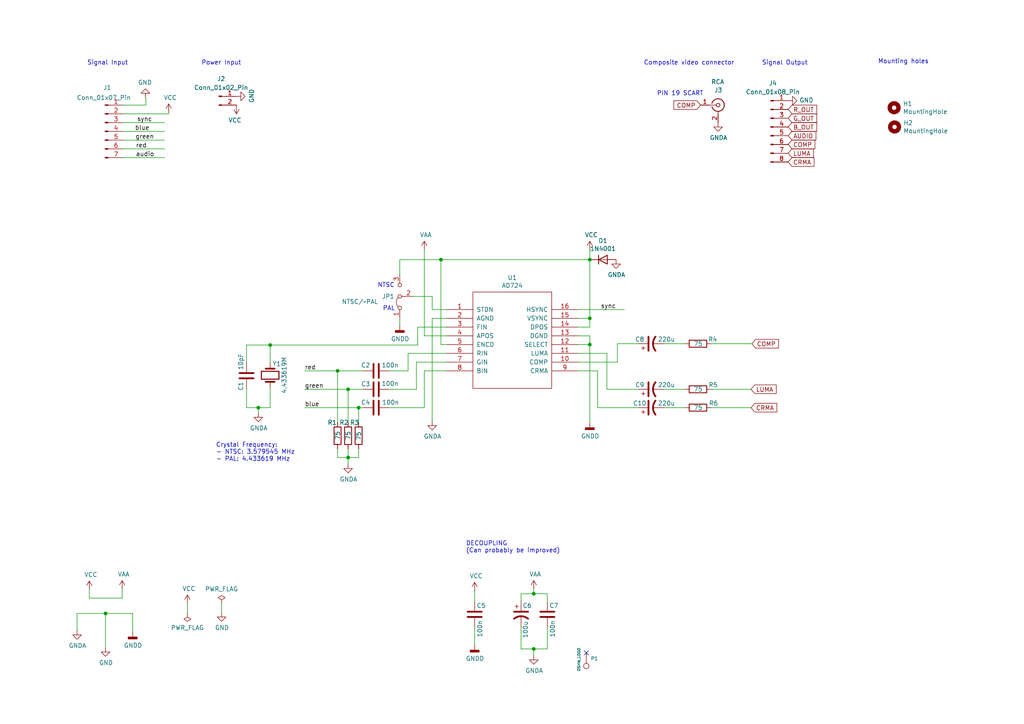
<source format=kicad_sch>
(kicad_sch (version 20230121) (generator eeschema)
  (paper "A4")
  (title_block (title "RGBS to Composite for ORIC") (date "2024-02-25") (rev "1") (company "issalig") (comment 1 "Inspired from CPC Wiki and SukkoPera") (comment 2 "github.com/issalig/oric") (comment 3 "Licensed under CERN OHL v.1.2"))
  (lib_symbols
    (symbol "AD724:AD724" (pin_names (offset 1.016))
      (property "Reference" "U" (at 0 -2.54 0))
      (property "Value" "AD724" (at 0 2.54 0))
      (symbol "AD724_1_0"
        (rectangle (start -11.43 -13.97) (end 11.43 13.97))
      )
      (symbol "AD724_1_1"
        (pin input line (at -19.05 8.89 0) (length 7.62) (name "STDN") (number "1"))
        (pin output line (at 19.05 -6.35 180) (length 7.62) (name "COMP") (number "10"))
        (pin output line (at 19.05 -3.81 180) (length 7.62) (name "LUMA") (number "11"))
        (pin input line (at 19.05 -1.27 180) (length 7.62) (name "SELECT") (number "12"))
        (pin power_in line (at 19.05 1.27 180) (length 7.62) (name "DGND") (number "13"))
        (pin power_in line (at 19.05 3.81 180) (length 7.62) (name "DPOS") (number "14"))
        (pin input line (at 19.05 6.35 180) (length 7.62) (name "VSYNC") (number "15"))
        (pin input line (at 19.05 8.89 180) (length 7.62) (name "HSYNC") (number "16"))
        (pin power_in line (at -19.05 6.35 0) (length 7.62) (name "AGND") (number "2"))
        (pin input line (at -19.05 3.81 0) (length 7.62) (name "FIN") (number "3"))
        (pin power_in line (at -19.05 1.27 0) (length 7.62) (name "APOS") (number "4"))
        (pin input line (at -19.05 -1.27 0) (length 7.62) (name "ENCD") (number "5"))
        (pin input line (at -19.05 -3.81 0) (length 7.62) (name "RIN") (number "6"))
        (pin input line (at -19.05 -6.35 0) (length 7.62) (name "GIN") (number "7"))
        (pin input line (at -19.05 -8.89 0) (length 7.62) (name "BIN") (number "8"))
        (pin output line (at 19.05 -8.89 180) (length 7.62) (name "CRMA") (number "9"))
      )
    )
    (symbol "Connector:Conn_01x02_Pin" (pin_names (offset 1.016) hide)
      (property "Reference" "J" (at 0 2.54 0))
      (property "Value" "Conn_01x02_Pin" (at 0 -5.08 0))
      (symbol "Conn_01x02_Pin_1_1"
        (polyline (pts (xy 1.27 -2.54) (xy 0.8636 -2.54)) (stroke (width 0.1524)))
        (polyline (pts (xy 1.27 0) (xy 0.8636 0)) (stroke (width 0.1524)))
        (rectangle (start 0.8636 -2.413) (end 0 -2.667) (stroke (width 0.1524)) (fill (type outline)))
        (rectangle (start 0.8636 0.127) (end 0 -0.127) (stroke (width 0.1524)) (fill (type outline)))
        (pin passive line (at 5.08 0 180) (length 3.81) (name "Pin_1") (number "1"))
        (pin passive line (at 5.08 -2.54 180) (length 3.81) (name "Pin_2") (number "2"))
      )
    )
    (symbol "Connector:Conn_01x07_Pin" (pin_names (offset 1.016) hide)
      (property "Reference" "J" (at 0 10.16 0))
      (property "Value" "Conn_01x07_Pin" (at 0 -10.16 0))
      (symbol "Conn_01x07_Pin_1_1"
        (polyline (pts (xy 1.27 -7.62) (xy 0.8636 -7.62)) (stroke (width 0.1524)))
        (polyline (pts (xy 1.27 -5.08) (xy 0.8636 -5.08)) (stroke (width 0.1524)))
        (polyline (pts (xy 1.27 -2.54) (xy 0.8636 -2.54)) (stroke (width 0.1524)))
        (polyline (pts (xy 1.27 0) (xy 0.8636 0)) (stroke (width 0.1524)))
        (polyline (pts (xy 1.27 2.54) (xy 0.8636 2.54)) (stroke (width 0.1524)))
        (polyline (pts (xy 1.27 5.08) (xy 0.8636 5.08)) (stroke (width 0.1524)))
        (polyline (pts (xy 1.27 7.62) (xy 0.8636 7.62)) (stroke (width 0.1524)))
        (rectangle (start 0.8636 -7.493) (end 0 -7.747) (stroke (width 0.1524)) (fill (type outline)))
        (rectangle (start 0.8636 -4.953) (end 0 -5.207) (stroke (width 0.1524)) (fill (type outline)))
        (rectangle (start 0.8636 -2.413) (end 0 -2.667) (stroke (width 0.1524)) (fill (type outline)))
        (rectangle (start 0.8636 0.127) (end 0 -0.127) (stroke (width 0.1524)) (fill (type outline)))
        (rectangle (start 0.8636 2.667) (end 0 2.413) (stroke (width 0.1524)) (fill (type outline)))
        (rectangle (start 0.8636 5.207) (end 0 4.953) (stroke (width 0.1524)) (fill (type outline)))
        (rectangle (start 0.8636 7.747) (end 0 7.493) (stroke (width 0.1524)) (fill (type outline)))
        (pin passive line (at 5.08 7.62 180) (length 3.81) (name "Pin_1") (number "1"))
        (pin passive line (at 5.08 5.08 180) (length 3.81) (name "Pin_2") (number "2"))
        (pin passive line (at 5.08 2.54 180) (length 3.81) (name "Pin_3") (number "3"))
        (pin passive line (at 5.08 0 180) (length 3.81) (name "Pin_4") (number "4"))
        (pin passive line (at 5.08 -2.54 180) (length 3.81) (name "Pin_5") (number "5"))
        (pin passive line (at 5.08 -5.08 180) (length 3.81) (name "Pin_6") (number "6"))
        (pin passive line (at 5.08 -7.62 180) (length 3.81) (name "Pin_7") (number "7"))
      )
    )
    (symbol "Connector:Conn_01x08_Pin" (pin_names (offset 1.016) hide)
      (property "Reference" "J" (at 0 10.16 0))
      (property "Value" "Conn_01x08_Pin" (at 0 -12.7 0))
      (symbol "Conn_01x08_Pin_1_1"
        (polyline (pts (xy 1.27 -10.16) (xy 0.8636 -10.16)) (stroke (width 0.1524)))
        (polyline (pts (xy 1.27 -7.62) (xy 0.8636 -7.62)) (stroke (width 0.1524)))
        (polyline (pts (xy 1.27 -5.08) (xy 0.8636 -5.08)) (stroke (width 0.1524)))
        (polyline (pts (xy 1.27 -2.54) (xy 0.8636 -2.54)) (stroke (width 0.1524)))
        (polyline (pts (xy 1.27 0) (xy 0.8636 0)) (stroke (width 0.1524)))
        (polyline (pts (xy 1.27 2.54) (xy 0.8636 2.54)) (stroke (width 0.1524)))
        (polyline (pts (xy 1.27 5.08) (xy 0.8636 5.08)) (stroke (width 0.1524)))
        (polyline (pts (xy 1.27 7.62) (xy 0.8636 7.62)) (stroke (width 0.1524)))
        (rectangle (start 0.8636 -10.033) (end 0 -10.287) (stroke (width 0.1524)) (fill (type outline)))
        (rectangle (start 0.8636 -7.493) (end 0 -7.747) (stroke (width 0.1524)) (fill (type outline)))
        (rectangle (start 0.8636 -4.953) (end 0 -5.207) (stroke (width 0.1524)) (fill (type outline)))
        (rectangle (start 0.8636 -2.413) (end 0 -2.667) (stroke (width 0.1524)) (fill (type outline)))
        (rectangle (start 0.8636 0.127) (end 0 -0.127) (stroke (width 0.1524)) (fill (type outline)))
        (rectangle (start 0.8636 2.667) (end 0 2.413) (stroke (width 0.1524)) (fill (type outline)))
        (rectangle (start 0.8636 5.207) (end 0 4.953) (stroke (width 0.1524)) (fill (type outline)))
        (rectangle (start 0.8636 7.747) (end 0 7.493) (stroke (width 0.1524)) (fill (type outline)))
        (pin passive line (at 5.08 7.62 180) (length 3.81) (name "Pin_1") (number "1"))
        (pin passive line (at 5.08 5.08 180) (length 3.81) (name "Pin_2") (number "2"))
        (pin passive line (at 5.08 2.54 180) (length 3.81) (name "Pin_3") (number "3"))
        (pin passive line (at 5.08 0 180) (length 3.81) (name "Pin_4") (number "4"))
        (pin passive line (at 5.08 -2.54 180) (length 3.81) (name "Pin_5") (number "5"))
        (pin passive line (at 5.08 -5.08 180) (length 3.81) (name "Pin_6") (number "6"))
        (pin passive line (at 5.08 -7.62 180) (length 3.81) (name "Pin_7") (number "7"))
        (pin passive line (at 5.08 -10.16 180) (length 3.81) (name "Pin_8") (number "8"))
      )
    )
    (symbol "Connector:Conn_Coaxial" (pin_names (offset 1.016) hide)
      (property "Reference" "J" (at 0.254 3.048 0))
      (property "Value" "Conn_Coaxial" (at 2.921 0 90))
      (symbol "Conn_Coaxial_0_1"
        (arc (start -1.778 -0.508) (mid 0.2311 -1.8066) (end 1.778 0) (stroke (width 0.254)))
        (polyline (pts (xy -2.54 0) (xy -0.508 0)))
        (polyline (pts (xy 0 -2.54) (xy 0 -1.778)))
        (circle (center 0 0) (radius 0.508) (stroke (width 0.2032)))
        (arc (start 1.778 0) (mid 0.2099 1.8101) (end -1.778 0.508) (stroke (width 0.254)))
      )
      (symbol "Conn_Coaxial_1_1"
        (pin passive line (at -5.08 0 0) (length 2.54) (name "In") (number "1"))
        (pin passive line (at 0 -5.08 90) (length 2.54) (name "Ext") (number "2"))
      )
    )
    (symbol "Device:C" (pin_numbers hide) (pin_names (offset 0.254))
      (property "Reference" "C" (at 0.635 2.54 0))
      (property "Value" "C" (at 0.635 -2.54 0))
      (symbol "C_0_1"
        (polyline (pts (xy -2.032 -0.762) (xy 2.032 -0.762)) (stroke (width 0.508)))
        (polyline (pts (xy -2.032 0.762) (xy 2.032 0.762)) (stroke (width 0.508)))
      )
      (symbol "C_1_1"
        (pin passive line (at 0 3.81 270) (length 2.794) (name "~") (number "1"))
        (pin passive line (at 0 -3.81 90) (length 2.794) (name "~") (number "2"))
      )
    )
    (symbol "Device:Crystal" (pin_numbers hide) (pin_names (offset 1.016) hide)
      (property "Reference" "Y" (at 0 3.81 0))
      (property "Value" "Crystal" (at 0 -3.81 0))
      (symbol "Crystal_0_1"
        (rectangle (start -1.143 2.54) (end 1.143 -2.54) (stroke (width 0.3048)))
        (polyline (pts (xy -2.54 0) (xy -1.905 0)))
        (polyline (pts (xy -1.905 -1.27) (xy -1.905 1.27)) (stroke (width 0.508)))
        (polyline (pts (xy 1.905 -1.27) (xy 1.905 1.27)) (stroke (width 0.508)))
        (polyline (pts (xy 2.54 0) (xy 1.905 0)))
      )
      (symbol "Crystal_1_1"
        (pin passive line (at -3.81 0 0) (length 1.27) (name "1") (number "1"))
        (pin passive line (at 3.81 0 180) (length 1.27) (name "2") (number "2"))
      )
    )
    (symbol "Device:R" (pin_numbers hide) (pin_names (offset 0))
      (property "Reference" "R" (at 2.032 0 90))
      (property "Value" "R" (at 0 0 90))
      (symbol "R_0_1"
        (rectangle (start -1.016 -2.54) (end 1.016 2.54) (stroke (width 0.254)))
      )
      (symbol "R_1_1"
        (pin passive line (at 0 3.81 270) (length 1.27) (name "~") (number "1"))
        (pin passive line (at 0 -3.81 90) (length 1.27) (name "~") (number "2"))
      )
    )
    (symbol "Diode:1N4001" (pin_numbers hide) (pin_names hide)
      (property "Reference" "D" (at 0 2.54 0))
      (property "Value" "1N4001" (at 0 -2.54 0))
      (symbol "1N4001_0_1"
        (polyline (pts (xy -1.27 1.27) (xy -1.27 -1.27)) (stroke (width 0.254)))
        (polyline (pts (xy 1.27 0) (xy -1.27 0)))
        (polyline (pts (xy 1.27 1.27) (xy 1.27 -1.27) (xy -1.27 0) (xy 1.27 1.27)) (stroke (width 0.254)))
      )
      (symbol "1N4001_1_1"
        (pin passive line (at -3.81 0 0) (length 2.54) (name "K") (number "1"))
        (pin passive line (at 3.81 0 180) (length 2.54) (name "A") (number "2"))
      )
    )
    (symbol "Mechanical:MountingHole" (pin_names (offset 1.016))
      (property "Reference" "H" (at 0 5.08 0))
      (property "Value" "MountingHole" (at 0 3.175 0))
      (symbol "MountingHole_0_1"
        (circle (center 0 0) (radius 1.27) (stroke (width 1.27)))
      )
    )
    (symbol "OpenVideoModulator-rescue:CONN_1-conn" (pin_numbers hide) (pin_names (offset 0.762) hide)
      (property "Reference" "P" (at 2.032 0 0))
      (symbol "CONN_1-conn_0_1"
        (polyline (pts (xy -0.762 0) (xy -1.27 0)))
        (circle (center 0 0) (radius 0.7874))
      )
      (symbol "CONN_1-conn_1_1"
        (pin passive line (at -3.81 0 0) (length 2.54) (name "1") (number "1"))
      )
    )
    (symbol "OpenVideoModulator-rescue:CP1-Device" (pin_numbers hide) (pin_names (offset 0.254) hide)
      (property "Reference" "C" (at 0.635 2.54 0))
      (property "Value" "Device_CP1" (at 0.635 -2.54 0))
      (symbol "CP1-Device_0_1"
        (polyline (pts (xy -2.032 0.762) (xy 2.032 0.762)) (stroke (width 0.508)))
        (polyline (pts (xy -1.778 2.286) (xy -0.762 2.286)))
        (polyline (pts (xy -1.27 1.778) (xy -1.27 2.794)))
        (arc (start 2.032 -1.27) (mid 0 -0.5572) (end -2.032 -1.27) (stroke (width 0.508)))
      )
      (symbol "CP1-Device_1_1"
        (pin passive line (at 0 3.81 270) (length 2.794) (name "~") (number "1"))
        (pin passive line (at 0 -3.81 90) (length 3.302) (name "~") (number "2"))
      )
    )
    (symbol "OpenVideoModulator-rescue:Jumper_3_Bridged12-Jumper" (pin_names (offset 0) hide)
      (property "Reference" "JP" (at -2.54 -2.54 0))
      (property "Value" "Jumper_Jumper_3_Bridged12" (at 0 2.794 0))
      (symbol "Jumper_3_Bridged12-Jumper_0_0"
        (circle (center -3.302 0) (radius 0.508))
        (circle (center 0 0) (radius 0.508))
        (circle (center 3.302 0) (radius 0.508))
      )
      (symbol "Jumper_3_Bridged12-Jumper_0_1"
        (arc (start -0.254 0.508) (mid -1.651 0.9912) (end -3.048 0.508))
        (polyline (pts (xy 0 -1.27) (xy 0 -0.508)))
      )
      (symbol "Jumper_3_Bridged12-Jumper_1_1"
        (pin passive line (at -6.35 0 0) (length 2.54) (name "A") (number "1"))
        (pin input line (at 0 -3.81 90) (length 2.54) (name "C") (number "2"))
        (pin passive line (at 6.35 0 180) (length 2.54) (name "B") (number "3"))
      )
    )
    (symbol "power:GND" (power) (pin_names (offset 0))
      (property "Value" "GND" (at 0 -3.81 0))
      (symbol "GND_0_1"
        (polyline (pts (xy 0 0) (xy 0 -1.27) (xy 1.27 -1.27) (xy 0 -2.54) (xy -1.27 -1.27) (xy 0 -1.27)))
      )
      (symbol "GND_1_1"
        (pin power_in line (at 0 0 270) (length 0) hide (name "GND") (number "1"))
      )
    )
    (symbol "power:GNDA" (power) (pin_names (offset 0))
      (property "Value" "GNDA" (at 0 -3.81 0))
      (symbol "GNDA_0_1"
        (polyline (pts (xy 0 0) (xy 0 -1.27) (xy 1.27 -1.27) (xy 0 -2.54) (xy -1.27 -1.27) (xy 0 -1.27)))
      )
      (symbol "GNDA_1_1"
        (pin power_in line (at 0 0 270) (length 0) hide (name "GNDA") (number "1"))
      )
    )
    (symbol "power:GNDD" (power) (pin_names (offset 0))
      (property "Value" "GNDD" (at 0 -3.175 0))
      (symbol "GNDD_0_1"
        (rectangle (start -1.27 -1.524) (end 1.27 -2.032) (stroke (width 0.254)) (fill (type outline)))
        (polyline (pts (xy 0 0) (xy 0 -1.524)))
      )
      (symbol "GNDD_1_1"
        (pin power_in line (at 0 0 270) (length 0) hide (name "GNDD") (number "1"))
      )
    )
    (symbol "power:PWR_FLAG" (power) (pin_numbers hide) (pin_names (offset 0) hide)
      (property "Value" "PWR_FLAG" (at 0 3.81 0))
      (symbol "PWR_FLAG_0_0"
        (pin power_out line (at 0 0 90) (length 0) (name "pwr") (number "1"))
      )
      (symbol "PWR_FLAG_0_1"
        (polyline (pts (xy 0 0) (xy 0 1.27) (xy -1.016 1.905) (xy 0 2.54) (xy 1.016 1.905) (xy 0 1.27)))
      )
    )
    (symbol "power:VAA" (power) (pin_names (offset 0))
      (property "Value" "VAA" (at 0 3.81 0))
      (symbol "VAA_0_1"
        (polyline (pts (xy -0.762 1.27) (xy 0 2.54)))
        (polyline (pts (xy 0 0) (xy 0 2.54)))
        (polyline (pts (xy 0 2.54) (xy 0.762 1.27)))
      )
      (symbol "VAA_1_1"
        (pin power_in line (at 0 0 90) (length 0) hide (name "VAA") (number "1"))
      )
    )
    (symbol "power:VCC" (power) (pin_names (offset 0))
      (property "Value" "VCC" (at 0 3.81 0))
      (symbol "VCC_0_1"
        (polyline (pts (xy -0.762 1.27) (xy 0 2.54)))
        (polyline (pts (xy 0 0) (xy 0 2.54)))
        (polyline (pts (xy 0 2.54) (xy 0.762 1.27)))
      )
      (symbol "VCC_1_1"
        (pin power_in line (at 0 0 90) (length 0) hide (name "VCC") (number "1"))
      )
    )
  )
  (junction (at 78.359 100.076))
  (junction (at 171.069 99.949))
  (junction (at 127.889 75.311))
  (junction (at 154.813 188.214))
  (junction (at 100.965 112.903))
  (junction (at 154.813 172.212))
  (junction (at 171.069 92.329))
  (junction (at 100.965 132.715))
  (junction (at 74.93 118.237))
  (junction (at 104.013 118.237))
  (junction (at 97.917 107.569))
  (junction (at 30.607 177.927))
  (junction (at 171.069 75.311))
  (no_connect (at 170.053 189.357))
  (wire (pts (xy 129.54 102.489) (xy 118.364 102.489)))
  (wire (pts (xy 42.3114 30.48) (xy 42.3114 28.321)))
  (wire (pts (xy 48.9367 32.7259) (xy 48.9367 33.02)))
  (wire (pts (xy 35.56 40.64) (xy 47.752 40.64)))
  (wire (pts (xy 25.908 171.069) (xy 25.908 173.482)))
  (wire (pts (xy 171.069 72.517) (xy 171.069 75.311)))
  (wire (pts (xy 71.501 100.076) (xy 78.359 100.076)))
  (wire (pts (xy 71.501 105.156) (xy 71.501 100.076)))
  (wire (pts (xy 100.965 112.903) (xy 88.392 112.903)))
  (wire (pts (xy 22.352 177.927) (xy 30.607 177.927)))
  (wire (pts (xy 129.54 107.569) (xy 123.063 107.569)))
  (wire (pts (xy 123.063 118.237) (xy 112.903 118.237)))
  (wire (pts (xy 97.917 130.175) (xy 97.917 132.715)))
  (wire (pts (xy 192.659 112.903) (xy 198.628 112.903)))
  (wire (pts (xy 171.069 94.869) (xy 167.64 94.869)))
  (wire (pts (xy 120.777 105.029) (xy 120.777 112.903)))
  (wire (pts (xy 105.283 112.903) (xy 100.965 112.903)))
  (wire (pts (xy 151.13 181.991) (xy 151.13 188.214)))
  (wire (pts (xy 206.248 99.695) (xy 218.059 99.695)))
  (wire (pts (xy 115.951 94.361) (xy 115.951 92.329)))
  (wire (pts (xy 171.069 92.329) (xy 171.069 94.869)))
  (wire (pts (xy 171.069 97.409) (xy 171.069 99.949)))
  (wire (pts (xy 154.813 190.119) (xy 154.813 188.214)))
  (wire (pts (xy 167.64 99.949) (xy 171.069 99.949)))
  (wire (pts (xy 104.013 122.555) (xy 104.013 118.237)))
  (wire (pts (xy 158.75 172.212) (xy 158.75 174.371)))
  (wire (pts (xy 179.07 99.695) (xy 179.07 105.029)))
  (wire (pts (xy 105.283 107.569) (xy 97.917 107.569)))
  (wire (pts (xy 125.349 92.329) (xy 125.349 122.174)))
  (wire (pts (xy 78.359 118.237) (xy 74.93 118.237)))
  (wire (pts (xy 151.13 174.371) (xy 151.13 172.212)))
  (wire (pts (xy 129.54 94.869) (xy 121.158 94.869)))
  (wire (pts (xy 173.355 118.237) (xy 185.039 118.237)))
  (wire (pts (xy 125.349 92.329) (xy 129.54 92.329)))
  (wire (pts (xy 118.364 102.489) (xy 118.364 107.569)))
  (wire (pts (xy 97.917 122.555) (xy 97.917 107.569)))
  (wire (pts (xy 171.069 75.311) (xy 171.069 92.329)))
  (wire (pts (xy 97.917 107.569) (xy 88.392 107.569)))
  (wire (pts (xy 71.501 118.237) (xy 71.501 112.776)))
  (wire (pts (xy 171.069 99.949) (xy 171.069 122.555)))
  (wire (pts (xy 104.013 132.715) (xy 104.013 130.175)))
  (wire (pts (xy 25.908 173.482) (xy 35.433 173.482)))
  (wire (pts (xy 154.813 170.942) (xy 154.813 172.212)))
  (wire (pts (xy 100.965 122.555) (xy 100.965 112.903)))
  (wire (pts (xy 123.063 72.517) (xy 123.063 97.409)))
  (wire (pts (xy 137.668 171.45) (xy 137.668 174.371)))
  (wire (pts (xy 154.813 188.214) (xy 158.75 188.214)))
  (wire (pts (xy 206.248 112.903) (xy 217.805 112.903)))
  (wire (pts (xy 54.356 175.133) (xy 54.356 177.673)))
  (wire (pts (xy 119.761 85.979) (xy 125.349 85.979)))
  (wire (pts (xy 176.022 102.489) (xy 176.022 112.903)))
  (wire (pts (xy 30.607 187.833) (xy 30.607 177.927)))
  (wire (pts (xy 35.56 38.1) (xy 47.752 38.1)))
  (wire (pts (xy 167.64 97.409) (xy 171.069 97.409)))
  (wire (pts (xy 167.64 105.029) (xy 179.07 105.029)))
  (wire (pts (xy 127.889 99.949) (xy 127.889 75.311)))
  (wire (pts (xy 154.813 172.212) (xy 158.75 172.212)))
  (wire (pts (xy 100.965 132.715) (xy 100.965 134.62)))
  (wire (pts (xy 120.777 112.903) (xy 112.903 112.903)))
  (wire (pts (xy 30.607 177.927) (xy 38.481 177.927)))
  (wire (pts (xy 64.262 175.26) (xy 64.262 177.673)))
  (wire (pts (xy 42.3114 28.321) (xy 42.164 28.321)))
  (wire (pts (xy 22.352 182.88) (xy 22.352 177.927)))
  (wire (pts (xy 35.56 45.72) (xy 47.752 45.72)))
  (wire (pts (xy 167.64 89.789) (xy 181.102 89.789)))
  (wire (pts (xy 192.659 99.695) (xy 198.628 99.695)))
  (wire (pts (xy 35.56 43.18) (xy 47.752 43.18)))
  (wire (pts (xy 158.75 188.214) (xy 158.75 181.991)))
  (wire (pts (xy 192.659 118.237) (xy 198.628 118.237)))
  (wire (pts (xy 115.951 75.311) (xy 127.889 75.311)))
  (wire (pts (xy 151.13 172.212) (xy 154.813 172.212)))
  (wire (pts (xy 176.022 112.903) (xy 185.039 112.903)))
  (wire (pts (xy 121.158 94.869) (xy 121.158 100.076)))
  (wire (pts (xy 78.359 118.237) (xy 78.359 112.649)))
  (wire (pts (xy 167.64 102.489) (xy 176.022 102.489)))
  (wire (pts (xy 74.93 119.761) (xy 74.93 118.237)))
  (wire (pts (xy 129.54 105.029) (xy 120.777 105.029)))
  (wire (pts (xy 129.54 97.409) (xy 123.063 97.409)))
  (wire (pts (xy 127.889 75.311) (xy 171.069 75.311)))
  (wire (pts (xy 74.93 118.237) (xy 71.501 118.237)))
  (wire (pts (xy 206.248 118.237) (xy 217.805 118.237)))
  (wire (pts (xy 78.359 100.076) (xy 121.158 100.076)))
  (wire (pts (xy 35.433 173.482) (xy 35.433 170.942)))
  (wire (pts (xy 137.668 187.071) (xy 137.668 181.991)))
  (wire (pts (xy 129.54 99.949) (xy 127.889 99.949)))
  (wire (pts (xy 167.64 92.329) (xy 171.069 92.329)))
  (wire (pts (xy 35.56 30.48) (xy 42.3114 30.48)))
  (wire (pts (xy 115.951 79.629) (xy 115.951 75.311)))
  (wire (pts (xy 97.917 132.715) (xy 100.965 132.715)))
  (wire (pts (xy 100.965 132.715) (xy 104.013 132.715)))
  (wire (pts (xy 35.56 33.02) (xy 48.9367 33.02)))
  (wire (pts (xy 118.364 107.569) (xy 112.903 107.569)))
  (wire (pts (xy 38.481 177.927) (xy 38.481 183.261)))
  (wire (pts (xy 167.64 107.569) (xy 173.355 107.569)))
  (wire (pts (xy 151.13 188.214) (xy 154.813 188.214)))
  (wire (pts (xy 100.965 130.175) (xy 100.965 132.715)))
  (wire (pts (xy 125.349 89.789) (xy 129.54 89.789)))
  (wire (pts (xy 173.355 107.569) (xy 173.355 118.237)))
  (wire (pts (xy 104.013 118.237) (xy 88.392 118.237)))
  (wire (pts (xy 123.063 107.569) (xy 123.063 118.237)))
  (wire (pts (xy 125.349 85.979) (xy 125.349 89.789)))
  (wire (pts (xy 179.07 99.695) (xy 185.039 99.695)))
  (wire (pts (xy 105.283 118.237) (xy 104.013 118.237)))
  (wire (pts (xy 78.359 105.029) (xy 78.359 100.076)))
  (wire (pts (xy 35.56 35.56) (xy 47.752 35.56)))
  (text "Crystal Frequency:\n- NTSC: 3.579545 MHz\n- PAL: 4.433619 MHz" (at 62.611 133.985 0) (effects (font (size 1.27 1.27)) (justify left bottom)))
  (text "Mounting holes" (at 254.635 18.669 0) (effects (font (size 1.27 1.27)) (justify left bottom)))
  (text "PAL" (at 110.998 90.297 0) (effects (font (size 1.27 1.27)) (justify left bottom)))
  (text "Composite video connector" (at 186.69 19.05 0) (effects (font (size 1.27 1.27)) (justify left bottom)))
  (text "Signal Input" (at 25.273 19.05 0) (effects (font (size 1.27 1.27)) (justify left bottom)))
  (text "NTSC" (at 109.474 83.566 0) (effects (font (size 1.27 1.27)) (justify left bottom)))
  (text "Power Input" (at 58.42 19.05 0) (effects (font (size 1.27 1.27)) (justify left bottom)))
  (text "Signal Output" (at 220.98 19.05 0) (effects (font (size 1.27 1.27)) (justify left bottom)))
  (text "DECOUPLING\n(Can probably be improved)" (at 135.128 160.528 0) (effects (font (size 1.27 1.27)) (justify left bottom)))
  (text "PIN 19 SCART" (at 190.5 27.94 0) (effects (font (size 1.27 1.27)) (justify left bottom)))
  (label "red" (at 39.37 43.18 0))
  (label "red" (at 88.392 107.569 0))
  (label "blue" (at 88.392 118.237 0))
  (label "blue" (at 39.116 38.1 0))
  (label "green" (at 88.392 112.903 0))
  (label "audio" (at 39.37 45.72 0))
  (label "green" (at 39.243 40.64 0))
  (label "sync" (at 174.244 89.789 0))
  (label "sync" (at 39.7281 35.56 0))
  (global_label "CRMA" (shape input) (at 228.6 46.99 0) (property "Intersheetrefs" "${INTERSHEET_REFS}" (effects hide)))
  (global_label "COMP" (shape input) (at 203.2 30.48 180) (property "Intersheetrefs" "${INTERSHEET_REFS}" (effects hide)))
  (global_label "COMP" (shape input) (at 218.059 99.695 0) (property "Intersheetrefs" "${INTERSHEET_REFS}" (effects hide)))
  (global_label "LUMA" (shape input) (at 228.6 44.45 0) (property "Intersheetrefs" "${INTERSHEET_REFS}" (effects hide)))
  (global_label "COMP" (shape input) (at 228.6 41.91 0) (property "Intersheetrefs" "${INTERSHEET_REFS}" (effects hide)))
  (global_label "G_OUT" (shape input) (at 228.6 34.29 0) (property "Intersheetrefs" "${INTERSHEET_REFS}" (effects hide)))
  (global_label "CRMA" (shape input) (at 217.805 118.237 0) (property "Intersheetrefs" "${INTERSHEET_REFS}" (effects hide)))
  (global_label "LUMA" (shape input) (at 217.805 112.903 0) (property "Intersheetrefs" "${INTERSHEET_REFS}" (effects hide)))
  (global_label "R_OUT" (shape input) (at 228.6 31.75 0) (property "Intersheetrefs" "${INTERSHEET_REFS}" (effects hide)))
  (global_label "B_OUT" (shape input) (at 228.6 36.83 0) (property "Intersheetrefs" "${INTERSHEET_REFS}" (effects hide)))
  (global_label "AUDIO" (shape input) (at 228.6 39.37 0) (property "Intersheetrefs" "${INTERSHEET_REFS}" (effects hide)))
  (symbol (lib_id "AD724:AD724") (at 148.59 98.679 0) (unit 1)
    (property "Reference" "U1" (at 148.59 80.518 0))
    (property "Value" "AD724" (at 148.59 82.8294 0))
    (property "Footprint" "Package_SO:SOIC-16W_7.5x10.3mm_P1.27mm" (effects hide))
    (property "Datasheet" "DOCUMENTATION" (effects hide))
  )
  (symbol (lib_id "Device:C") (at 109.093 107.569 270) (unit 1)
    (property "Reference" "C2" (at 106.045 105.918 90))
    (property "Value" "100n" (at 113.157 105.918 90))
    (property "Footprint" "Capacitor_SMD:C_0805_2012Metric_Pad1.18x1.45mm_HandSolder" (effects hide))
  )
  (symbol (lib_id "Device:C") (at 109.093 112.903 270) (unit 1)
    (property "Reference" "C3" (at 106.045 111.379 90))
    (property "Value" "100n" (at 113.157 111.252 90))
    (property "Footprint" "Capacitor_SMD:C_0805_2012Metric_Pad1.18x1.45mm_HandSolder" (effects hide))
  )
  (symbol (lib_id "Device:C") (at 109.093 118.237 270) (unit 1)
    (property "Reference" "C4" (at 106.045 116.713 90))
    (property "Value" "100n" (at 113.284 116.713 90))
    (property "Footprint" "Capacitor_SMD:C_0805_2012Metric_Pad1.18x1.45mm_HandSolder" (effects hide))
  )
  (symbol (lib_id "Device:R") (at 97.917 126.365 0) (unit 1)
    (property "Reference" "R1" (at 94.996 122.555 0) (effects (justify left)))
    (property "Value" "75" (at 97.917 127.635 90) (effects (justify left)))
    (property "Footprint" "Resistor_SMD:R_0805_2012Metric_Pad1.20x1.40mm_HandSolder" (effects hide))
  )
  (symbol (lib_id "Device:R") (at 100.965 126.365 0) (unit 1)
    (property "Reference" "R2" (at 98.425 122.555 0) (effects (justify left)))
    (property "Value" "75" (at 100.965 127.635 90) (effects (justify left)))
    (property "Footprint" "Resistor_SMD:R_0805_2012Metric_Pad1.20x1.40mm_HandSolder" (effects hide))
  )
  (symbol (lib_id "Device:R") (at 104.013 126.365 0) (unit 1)
    (property "Reference" "R3" (at 101.473 122.555 0) (effects (justify left)))
    (property "Value" "75" (at 104.013 127.762 90) (effects (justify left)))
    (property "Footprint" "Resistor_SMD:R_0805_2012Metric_Pad1.20x1.40mm_HandSolder" (effects hide))
  )
  (symbol (lib_id "power:VCC") (at 171.069 72.517 0) (unit 1)
    (property "Reference" "#PWR07" (effects hide))
    (property "Value" "VCC" (at 171.5008 68.1228 0))
  )
  (symbol (lib_id "Device:R") (at 202.438 99.695 270) (unit 1)
    (property "Reference" "R4" (at 205.359 98.425 90) (effects (justify left)))
    (property "Value" "75" (at 201.168 99.695 90) (effects (justify left)))
    (property "Footprint" "Resistor_SMD:R_0805_2012Metric_Pad1.20x1.40mm_HandSolder" (effects hide))
  )
  (symbol (lib_id "Device:R") (at 202.438 112.903 270) (unit 1)
    (property "Reference" "R5" (at 205.486 111.633 90) (effects (justify left)))
    (property "Value" "75" (at 201.168 112.903 90) (effects (justify left)))
    (property "Footprint" "Resistor_SMD:R_0805_2012Metric_Pad1.20x1.40mm_HandSolder" (effects hide))
  )
  (symbol (lib_id "Device:R") (at 202.438 118.237 270) (unit 1)
    (property "Reference" "R6" (at 205.613 116.967 90) (effects (justify left)))
    (property "Value" "75" (at 201.168 118.237 90) (effects (justify left)))
    (property "Footprint" "Resistor_SMD:R_0805_2012Metric_Pad1.20x1.40mm_HandSolder" (effects hide))
  )
  (symbol (lib_id "OpenVideoModulator-rescue:Jumper_3_Bridged12-Jumper") (at 115.951 85.979 90) (unit 1)
    (property "Reference" "JP1" (at 114.427 85.979 90) (effects (justify left)))
    (property "Value" "NTSC/~PAL" (at 109.728 87.503 90) (effects (justify left)))
    (property "Footprint" "Jumper:SolderJumper-3_P1.3mm_Bridged12_RoundedPad1.0x1.5mm" (effects hide))
  )
  (symbol (lib_id "Device:Crystal") (at 78.359 108.839 90) (unit 1)
    (property "Reference" "Y1" (at 80.264 105.537 90))
    (property "Value" "4.433619M" (at 82.423 108.839 0))
    (property "Footprint" "Crystal:Crystal_HC49-4H_Vertical" (effects hide))
  )
  (symbol (lib_id "Device:C") (at 71.501 108.966 0) (unit 1)
    (property "Reference" "C1" (at 69.85 112.014 90))
    (property "Value" "10pF" (at 69.85 104.902 90))
    (property "Footprint" "Capacitor_SMD:C_0805_2012Metric_Pad1.18x1.45mm_HandSolder" (effects hide))
  )
  (symbol (lib_id "OpenVideoModulator-rescue:CP1-Device") (at 188.849 118.237 90) (unit 1)
    (property "Reference" "C10" (at 185.547 116.967 90))
    (property "Value" "220u" (at 193.294 116.967 90))
    (property "Footprint" "Capacitor_THT:CP_Radial_D5.0mm_P2.00mm" (effects hide))
  )
  (symbol (lib_id "OpenVideoModulator-rescue:CP1-Device") (at 188.849 112.903 90) (unit 1)
    (property "Reference" "C9" (at 185.547 111.633 90))
    (property "Value" "220u" (at 193.294 111.633 90))
    (property "Footprint" "Capacitor_THT:CP_Radial_D5.0mm_P2.00mm" (effects hide))
  )
  (symbol (lib_id "OpenVideoModulator-rescue:CP1-Device") (at 188.849 99.695 90) (unit 1)
    (property "Reference" "C8" (at 185.547 98.425 90))
    (property "Value" "220u" (at 193.294 98.425 90))
    (property "Footprint" "Capacitor_THT:CP_Radial_D5.0mm_P2.00mm" (effects hide))
  )
  (symbol (lib_id "power:GNDA") (at 125.349 122.174 0) (unit 1)
    (property "Reference" "#PWR04" (effects hide))
    (property "Value" "GNDA" (at 125.476 126.5682 0))
  )
  (symbol (lib_id "power:GNDD") (at 171.069 122.555 0) (unit 1)
    (property "Reference" "#PWR011" (effects hide))
    (property "Value" "GNDD" (at 171.1706 126.492 0))
  )
  (symbol (lib_id "power:GNDA") (at 100.965 134.62 0) (unit 1)
    (property "Reference" "#PWR02" (effects hide))
    (property "Value" "GNDA" (at 101.092 139.0142 0))
  )
  (symbol (lib_id "power:GNDD") (at 115.951 94.361 0) (unit 1)
    (property "Reference" "#PWR03" (effects hide))
    (property "Value" "GNDD" (at 116.0526 98.298 0))
  )
  (symbol (lib_id "power:GNDA") (at 74.93 119.761 0) (unit 1)
    (property "Reference" "#PWR01" (effects hide))
    (property "Value" "GNDA" (at 75.057 124.1552 0))
  )
  (symbol (lib_id "power:VAA") (at 154.813 170.942 0) (unit 1)
    (property "Reference" "#PWR09" (effects hide))
    (property "Value" "VAA" (at 155.2448 166.5478 0))
  )
  (symbol (lib_id "power:VCC") (at 137.668 171.45 0) (unit 1)
    (property "Reference" "#PWR05" (effects hide))
    (property "Value" "VCC" (at 138.0998 167.0558 0))
  )
  (symbol (lib_id "power:GND") (at 64.262 177.673 0) (unit 1)
    (property "Reference" "#PWR014" (effects hide))
    (property "Value" "GND" (at 64.389 182.0672 0))
  )
  (symbol (lib_id "power:PWR_FLAG") (at 64.262 175.26 0) (unit 1)
    (property "Reference" "#FLG03" (effects hide))
    (property "Value" "PWR_FLAG" (at 64.262 170.8404 0))
  )
  (symbol (lib_id "power:PWR_FLAG") (at 54.356 177.673 180) (unit 1)
    (property "Reference" "#FLG02" (effects hide))
    (property "Value" "PWR_FLAG" (at 54.356 182.0672 0))
  )
  (symbol (lib_id "power:VAA") (at 123.063 72.517 0) (unit 1)
    (property "Reference" "#PWR0103" (effects hide))
    (property "Value" "VAA" (at 123.4948 68.1228 0))
  )
  (symbol (lib_id "power:GNDA") (at 154.813 190.119 0) (unit 1)
    (property "Reference" "#PWR010" (effects hide))
    (property "Value" "GNDA" (at 154.94 194.5132 0))
  )
  (symbol (lib_id "power:GNDD") (at 137.668 187.071 0) (unit 1)
    (property "Reference" "#PWR06" (effects hide))
    (property "Value" "GNDD" (at 137.7696 191.008 0))
  )
  (symbol (lib_id "OpenVideoModulator-rescue:CP1-Device") (at 151.13 178.181 0) (unit 1)
    (property "Reference" "C6" (at 152.908 175.641 0))
    (property "Value" "100u" (at 152.4 182.626 90))
    (property "Footprint" "Capacitor_THT:CP_Radial_D5.0mm_P2.00mm" (effects hide))
  )
  (symbol (lib_id "Device:C") (at 158.75 178.181 180) (unit 1)
    (property "Reference" "C7" (at 160.655 175.641 0))
    (property "Value" "100n" (at 160.274 182.372 90))
    (property "Footprint" "Capacitor_SMD:C_0805_2012Metric_Pad1.18x1.45mm_HandSolder" (effects hide))
  )
  (symbol (lib_id "Device:C") (at 137.668 178.181 180) (unit 1)
    (property "Reference" "C5" (at 139.573 175.641 0))
    (property "Value" "100n" (at 139.192 182.372 90))
    (property "Footprint" "Capacitor_SMD:C_0805_2012Metric_Pad1.18x1.45mm_HandSolder" (effects hide))
  )
  (symbol (lib_id "OpenVideoModulator-rescue:CONN_1-conn") (at 170.053 193.167 270) (unit 1)
    (property "Reference" "P1" (at 171.323 191.008 90) (effects (font (size 1.016 1.016)) (justify left)))
    (property "Value" "OSHW_LOGO" (at 167.894 191.262 0) (effects (font (size 0.762 0.762))))
    (property "Footprint" "Symbol:OSHW-Logo2_7.3x6mm_Copper" (effects hide))
  )
  (symbol (lib_id "power:GNDA") (at 22.352 182.88 0) (unit 1)
    (property "Reference" "#PWR0104" (effects hide))
    (property "Value" "GNDA" (at 22.479 187.2742 0))
  )
  (symbol (lib_id "power:GNDD") (at 38.481 183.261 0) (unit 1)
    (property "Reference" "#PWR0105" (effects hide))
    (property "Value" "GNDD" (at 38.5826 187.198 0))
  )
  (symbol (lib_id "power:GND") (at 30.607 187.833 0) (unit 1)
    (property "Reference" "#PWR0106" (effects hide))
    (property "Value" "GND" (at 30.734 192.2272 0))
  )
  (symbol (lib_id "power:VCC") (at 25.908 171.069 0) (unit 1)
    (property "Reference" "#PWR0101" (effects hide))
    (property "Value" "VCC" (at 26.3398 166.6748 0))
  )
  (symbol (lib_id "power:VAA") (at 35.433 170.942 0) (unit 1)
    (property "Reference" "#PWR0102" (effects hide))
    (property "Value" "VAA" (at 35.8648 166.5478 0))
  )
  (symbol (lib_id "power:VCC") (at 48.9367 32.7259 0) (unit 1)
    (property "Reference" "#PWR015" (effects hide))
    (property "Value" "VCC" (at 49.3685 28.3317 0))
  )
  (symbol (lib_id "power:GND") (at 42.164 28.321 180) (unit 1)
    (property "Reference" "#PWR016" (effects hide))
    (property "Value" "GND" (at 42.037 23.9268 0))
  )
  (symbol (lib_id "power:VCC") (at 54.356 175.133 0) (unit 1)
    (property "Reference" "#PWR0107" (effects hide))
    (property "Value" "VCC" (at 54.7878 170.7388 0))
  )
  (symbol (lib_id "Connector:Conn_Coaxial") (at 208.28 30.48 0) (unit 1)
    (property "Reference" "J3" (at 207.137 26.162 0) (effects (justify left)))
    (property "Value" "RCA" (at 206.248 23.749 0) (effects (justify left)))
    (property "Footprint" "OpenVideoModulator:CUI_RCJ-044" (effects hide))
    (property "Datasheet" " ~" (effects hide))
  )
  (symbol (lib_id "power:GNDA") (at 208.28 35.56 0) (unit 1)
    (property "Reference" "#PWR0108" (effects hide))
    (property "Value" "GNDA" (at 208.407 39.9542 0))
  )
  (symbol (lib_id "Mechanical:MountingHole") (at 259.461 36.83 0) (unit 1)
    (property "Reference" "H2" (at 262.001 35.6616 0) (effects (justify left)))
    (property "Value" "MountingHole" (at 262.001 37.973 0) (effects (justify left)))
    (property "Footprint" "MountingHole:MountingHole_2.2mm_M2_ISO7380_Pad" (effects hide))
  )
  (symbol (lib_id "Mechanical:MountingHole") (at 259.334 31.242 0) (unit 1)
    (property "Reference" "H1" (at 261.874 30.0736 0) (effects (justify left)))
    (property "Value" "MountingHole" (at 261.874 32.385 0) (effects (justify left)))
    (property "Footprint" "MountingHole:MountingHole_2.2mm_M2_ISO7380_Pad" (effects hide))
  )
  (symbol (lib_id "power:GND") (at 228.6 29.21 90) (unit 1)
    (property "Reference" "#PWR0112" (effects hide))
    (property "Value" "GND" (at 231.8512 29.083 90) (effects (justify right)))
  )
  (symbol (lib_id "Diode:1N4001") (at 174.879 75.311 0) (unit 1)
    (property "Reference" "D1" (at 174.879 69.8246 0))
    (property "Value" "1N4001" (at 174.879 72.136 0))
    (property "Footprint" "Diode_SMD:D_SMA" (effects hide))
    (property "Datasheet" "http://www.vishay.com/docs/88503/1n4001.pdf" (effects hide))
  )
  (symbol (lib_id "power:GNDA") (at 178.689 75.311 0) (unit 1)
    (property "Reference" "#PWR0113" (effects hide))
    (property "Value" "GNDA" (at 178.816 79.7052 0))
  )
  (symbol (lib_id "power:GND") (at 68.58 27.94 90) (unit 1)
    (property "Reference" "#PWR08" (effects hide))
    (property "Value" "GND" (at 72.9742 27.813 0))
  )
  (symbol (lib_id "power:VCC") (at 68.58 30.48 180) (unit 1)
    (property "Reference" "#PWR012" (effects hide))
    (property "Value" "VCC" (at 68.1482 34.8742 0))
  )
  (symbol (lib_id "Connector:Conn_01x08_Pin") (at 223.52 36.83 0) (unit 1)
    (property "Reference" "J4" (at 224.155 24.13 0))
    (property "Value" "Conn_01x08_Pin" (at 224.155 26.67 0))
    (property "Footprint" "Connector_PinHeader_2.54mm:PinHeader_1x08_P2.54mm_Vertical" (effects hide))
  )
  (symbol (lib_id "Connector:Conn_01x02_Pin") (at 63.5 27.94 0) (unit 1)
    (property "Reference" "J2" (at 64.135 22.86 0))
    (property "Value" "Conn_01x02_Pin" (at 64.135 25.4 0))
    (property "Footprint" "Connector_PinHeader_2.54mm:PinHeader_1x02_P2.54mm_Vertical" (effects hide))
  )
  (symbol (lib_id "Connector:Conn_01x07_Pin") (at 30.48 38.1 0) (unit 1)
    (property "Reference" "J1" (at 31.115 25.4 0))
    (property "Value" "Conn_01x07_Pin" (at 30.099 28.321 0))
    (property "Footprint" "Connector_PinHeader_2.54mm:PinHeader_1x07_P2.54mm_Vertical" (effects hide))
  )
)
</source>
